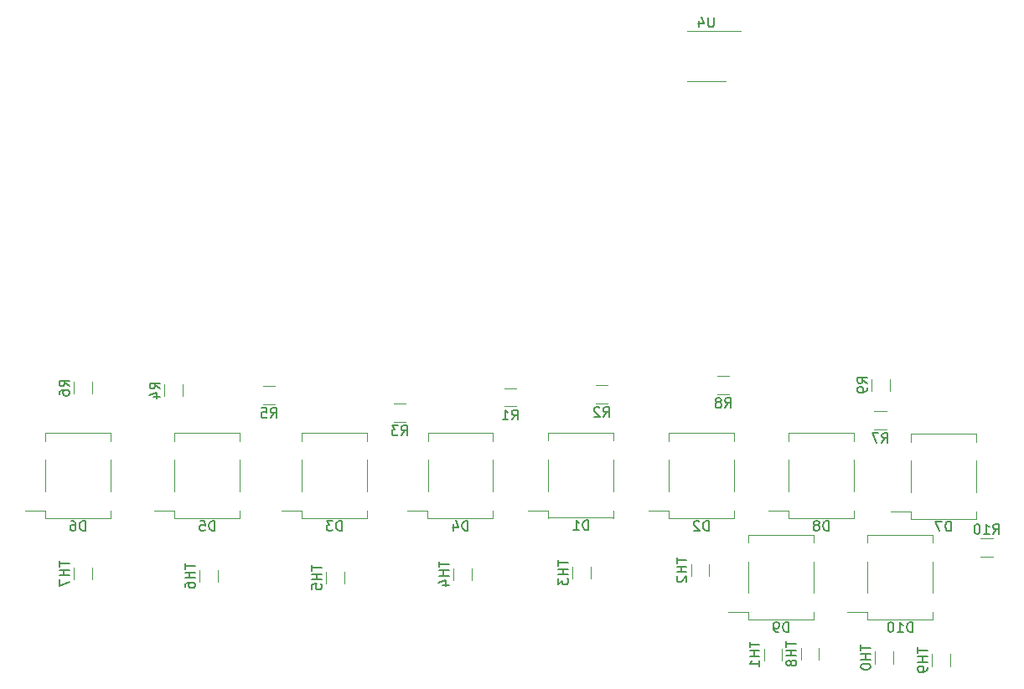
<source format=gbr>
%TF.GenerationSoftware,KiCad,Pcbnew,5.1.6-c6e7f7d~87~ubuntu18.04.1*%
%TF.CreationDate,2020-08-09T11:38:30+02:00*%
%TF.ProjectId,sboxnet-gbm,73626f78-6e65-4742-9d67-626d2e6b6963,rev?*%
%TF.SameCoordinates,Original*%
%TF.FileFunction,Legend,Bot*%
%TF.FilePolarity,Positive*%
%FSLAX46Y46*%
G04 Gerber Fmt 4.6, Leading zero omitted, Abs format (unit mm)*
G04 Created by KiCad (PCBNEW 5.1.6-c6e7f7d~87~ubuntu18.04.1) date 2020-08-09 11:38:30*
%MOMM*%
%LPD*%
G01*
G04 APERTURE LIST*
%ADD10C,0.120000*%
%ADD11C,0.150000*%
G04 APERTURE END LIST*
D10*
X99879001Y-83058000D02*
X99879001Y-83058000D01*
X99879001Y-82296000D02*
X99879001Y-83058000D01*
X91243001Y-82296000D02*
X91243001Y-82296000D01*
X93275001Y-82296000D02*
X91243001Y-82296000D01*
X93275001Y-83058000D02*
X93275001Y-82296000D01*
X93277001Y-75240000D02*
X93277001Y-74440000D01*
X93277001Y-74440000D02*
X99877001Y-74440000D01*
X99877001Y-74440000D02*
X99877001Y-75240000D01*
X93277001Y-80340000D02*
X93277001Y-77140000D01*
X99877001Y-80340000D02*
X99877001Y-77140000D01*
X93277001Y-83040000D02*
X99877001Y-83040000D01*
X57510000Y-69247936D02*
X57510000Y-70452064D01*
X59330000Y-69247936D02*
X59330000Y-70452064D01*
X146045600Y-96781536D02*
X146045600Y-97985664D01*
X144225600Y-96781536D02*
X144225600Y-97985664D01*
X132786800Y-96171936D02*
X132786800Y-97376064D01*
X130966800Y-96171936D02*
X130966800Y-97376064D01*
X59330000Y-88043936D02*
X59330000Y-89248064D01*
X57510000Y-88043936D02*
X57510000Y-89248064D01*
X72030000Y-88297936D02*
X72030000Y-89502064D01*
X70210000Y-88297936D02*
X70210000Y-89502064D01*
X84831600Y-88450336D02*
X84831600Y-89654464D01*
X83011600Y-88450336D02*
X83011600Y-89654464D01*
X97684000Y-88094736D02*
X97684000Y-89298864D01*
X95864000Y-88094736D02*
X95864000Y-89298864D01*
X109723600Y-87942336D02*
X109723600Y-89146464D01*
X107903600Y-87942336D02*
X107903600Y-89146464D01*
X121712400Y-87688336D02*
X121712400Y-88892464D01*
X119892400Y-87688336D02*
X119892400Y-88892464D01*
X129078400Y-96222736D02*
X129078400Y-97426864D01*
X127258400Y-96222736D02*
X127258400Y-97426864D01*
X140305200Y-96527536D02*
X140305200Y-97731664D01*
X138485200Y-96527536D02*
X138485200Y-97731664D01*
X150360464Y-86914400D02*
X149156336Y-86914400D01*
X150360464Y-85094400D02*
X149156336Y-85094400D01*
X139949600Y-68943136D02*
X139949600Y-70147264D01*
X138129600Y-68943136D02*
X138129600Y-70147264D01*
X122537136Y-68686000D02*
X123741264Y-68686000D01*
X122537136Y-70506000D02*
X123741264Y-70506000D01*
X138386736Y-72242000D02*
X139590864Y-72242000D01*
X138386736Y-74062000D02*
X139590864Y-74062000D01*
X76613936Y-69702000D02*
X77818064Y-69702000D01*
X76613936Y-71522000D02*
X77818064Y-71522000D01*
X68474000Y-69501936D02*
X68474000Y-70706064D01*
X66654000Y-69501936D02*
X66654000Y-70706064D01*
X89821936Y-71480000D02*
X91026064Y-71480000D01*
X89821936Y-73300000D02*
X91026064Y-73300000D01*
X110229236Y-69600400D02*
X111433364Y-69600400D01*
X110229236Y-71420400D02*
X111433364Y-71420400D01*
X100997936Y-69905200D02*
X102202064Y-69905200D01*
X100997936Y-71725200D02*
X102202064Y-71725200D01*
X137720800Y-93301600D02*
X144320800Y-93301600D01*
X144320800Y-90601600D02*
X144320800Y-87401600D01*
X137720800Y-90601600D02*
X137720800Y-87401600D01*
X144320800Y-84701600D02*
X144320800Y-85501600D01*
X137720800Y-84701600D02*
X144320800Y-84701600D01*
X137720800Y-85501600D02*
X137720800Y-84701600D01*
X137718800Y-93319600D02*
X137718800Y-92557600D01*
X137718800Y-92557600D02*
X135686800Y-92557600D01*
X135686800Y-92557600D02*
X135686800Y-92557600D01*
X144322800Y-92557600D02*
X144322800Y-93319600D01*
X144322800Y-93319600D02*
X144322800Y-93319600D01*
X125681200Y-93301600D02*
X132281200Y-93301600D01*
X132281200Y-90601600D02*
X132281200Y-87401600D01*
X125681200Y-90601600D02*
X125681200Y-87401600D01*
X132281200Y-84701600D02*
X132281200Y-85501600D01*
X125681200Y-84701600D02*
X132281200Y-84701600D01*
X125681200Y-85501600D02*
X125681200Y-84701600D01*
X125679200Y-93319600D02*
X125679200Y-92557600D01*
X125679200Y-92557600D02*
X123647200Y-92557600D01*
X123647200Y-92557600D02*
X123647200Y-92557600D01*
X132283200Y-92557600D02*
X132283200Y-93319600D01*
X132283200Y-93319600D02*
X132283200Y-93319600D01*
X129745200Y-83040000D02*
X136345200Y-83040000D01*
X136345200Y-80340000D02*
X136345200Y-77140000D01*
X129745200Y-80340000D02*
X129745200Y-77140000D01*
X136345200Y-74440000D02*
X136345200Y-75240000D01*
X129745200Y-74440000D02*
X136345200Y-74440000D01*
X129745200Y-75240000D02*
X129745200Y-74440000D01*
X129743200Y-83058000D02*
X129743200Y-82296000D01*
X129743200Y-82296000D02*
X127711200Y-82296000D01*
X127711200Y-82296000D02*
X127711200Y-82296000D01*
X136347200Y-82296000D02*
X136347200Y-83058000D01*
X136347200Y-83058000D02*
X136347200Y-83058000D01*
X142089600Y-83090800D02*
X148689600Y-83090800D01*
X148689600Y-80390800D02*
X148689600Y-77190800D01*
X142089600Y-80390800D02*
X142089600Y-77190800D01*
X148689600Y-74490800D02*
X148689600Y-75290800D01*
X142089600Y-74490800D02*
X148689600Y-74490800D01*
X142089600Y-75290800D02*
X142089600Y-74490800D01*
X142087600Y-83108800D02*
X142087600Y-82346800D01*
X142087600Y-82346800D02*
X140055600Y-82346800D01*
X140055600Y-82346800D02*
X140055600Y-82346800D01*
X148691600Y-82346800D02*
X148691600Y-83108800D01*
X148691600Y-83108800D02*
X148691600Y-83108800D01*
X54612000Y-83040000D02*
X61212000Y-83040000D01*
X61212000Y-80340000D02*
X61212000Y-77140000D01*
X54612000Y-80340000D02*
X54612000Y-77140000D01*
X61212000Y-74440000D02*
X61212000Y-75240000D01*
X54612000Y-74440000D02*
X61212000Y-74440000D01*
X54612000Y-75240000D02*
X54612000Y-74440000D01*
X54610000Y-83058000D02*
X54610000Y-82296000D01*
X54610000Y-82296000D02*
X52578000Y-82296000D01*
X52578000Y-82296000D02*
X52578000Y-82296000D01*
X61214000Y-82296000D02*
X61214000Y-83058000D01*
X61214000Y-83058000D02*
X61214000Y-83058000D01*
X67693000Y-83040000D02*
X74293000Y-83040000D01*
X74293000Y-80340000D02*
X74293000Y-77140000D01*
X67693000Y-80340000D02*
X67693000Y-77140000D01*
X74293000Y-74440000D02*
X74293000Y-75240000D01*
X67693000Y-74440000D02*
X74293000Y-74440000D01*
X67693000Y-75240000D02*
X67693000Y-74440000D01*
X67691000Y-83058000D02*
X67691000Y-82296000D01*
X67691000Y-82296000D02*
X65659000Y-82296000D01*
X65659000Y-82296000D02*
X65659000Y-82296000D01*
X74295000Y-82296000D02*
X74295000Y-83058000D01*
X74295000Y-83058000D02*
X74295000Y-83058000D01*
X80520000Y-83040000D02*
X87120000Y-83040000D01*
X87120000Y-80340000D02*
X87120000Y-77140000D01*
X80520000Y-80340000D02*
X80520000Y-77140000D01*
X87120000Y-74440000D02*
X87120000Y-75240000D01*
X80520000Y-74440000D02*
X87120000Y-74440000D01*
X80520000Y-75240000D02*
X80520000Y-74440000D01*
X80518000Y-83058000D02*
X80518000Y-82296000D01*
X80518000Y-82296000D02*
X78486000Y-82296000D01*
X78486000Y-82296000D02*
X78486000Y-82296000D01*
X87122000Y-82296000D02*
X87122000Y-83058000D01*
X87122000Y-83058000D02*
X87122000Y-83058000D01*
X117604000Y-83040000D02*
X124204000Y-83040000D01*
X124204000Y-80340000D02*
X124204000Y-77140000D01*
X117604000Y-80340000D02*
X117604000Y-77140000D01*
X124204000Y-74440000D02*
X124204000Y-75240000D01*
X117604000Y-74440000D02*
X124204000Y-74440000D01*
X117604000Y-75240000D02*
X117604000Y-74440000D01*
X117602000Y-83058000D02*
X117602000Y-82296000D01*
X117602000Y-82296000D02*
X115570000Y-82296000D01*
X115570000Y-82296000D02*
X115570000Y-82296000D01*
X124206000Y-82296000D02*
X124206000Y-83058000D01*
X124206000Y-83058000D02*
X124206000Y-83058000D01*
X105462800Y-82989200D02*
X112062800Y-82989200D01*
X112062800Y-80289200D02*
X112062800Y-77089200D01*
X105462800Y-80289200D02*
X105462800Y-77089200D01*
X112062800Y-74389200D02*
X112062800Y-75189200D01*
X105462800Y-74389200D02*
X112062800Y-74389200D01*
X105462800Y-75189200D02*
X105462800Y-74389200D01*
X105460800Y-83007200D02*
X105460800Y-82245200D01*
X105460800Y-82245200D02*
X103428800Y-82245200D01*
X103428800Y-82245200D02*
X103428800Y-82245200D01*
X112064800Y-82245200D02*
X112064800Y-83007200D01*
X112064800Y-83007200D02*
X112064800Y-83007200D01*
X121412000Y-38882000D02*
X119462000Y-38882000D01*
X121412000Y-38882000D02*
X123362000Y-38882000D01*
X121412000Y-33762000D02*
X119462000Y-33762000D01*
X121412000Y-33762000D02*
X124862000Y-33762000D01*
D11*
X97315096Y-84292380D02*
X97315096Y-83292380D01*
X97077001Y-83292380D01*
X96934143Y-83340000D01*
X96838905Y-83435238D01*
X96791286Y-83530476D01*
X96743667Y-83720952D01*
X96743667Y-83863809D01*
X96791286Y-84054285D01*
X96838905Y-84149523D01*
X96934143Y-84244761D01*
X97077001Y-84292380D01*
X97315096Y-84292380D01*
X95886524Y-83625714D02*
X95886524Y-84292380D01*
X96124620Y-83244761D02*
X96362715Y-83959047D01*
X95743667Y-83959047D01*
X57052380Y-69683333D02*
X56576190Y-69350000D01*
X57052380Y-69111904D02*
X56052380Y-69111904D01*
X56052380Y-69492857D01*
X56100000Y-69588095D01*
X56147619Y-69635714D01*
X56242857Y-69683333D01*
X56385714Y-69683333D01*
X56480952Y-69635714D01*
X56528571Y-69588095D01*
X56576190Y-69492857D01*
X56576190Y-69111904D01*
X56052380Y-70540476D02*
X56052380Y-70350000D01*
X56100000Y-70254761D01*
X56147619Y-70207142D01*
X56290476Y-70111904D01*
X56480952Y-70064285D01*
X56861904Y-70064285D01*
X56957142Y-70111904D01*
X57004761Y-70159523D01*
X57052380Y-70254761D01*
X57052380Y-70445238D01*
X57004761Y-70540476D01*
X56957142Y-70588095D01*
X56861904Y-70635714D01*
X56623809Y-70635714D01*
X56528571Y-70588095D01*
X56480952Y-70540476D01*
X56433333Y-70445238D01*
X56433333Y-70254761D01*
X56480952Y-70159523D01*
X56528571Y-70111904D01*
X56623809Y-70064285D01*
X142767980Y-96097885D02*
X142767980Y-96669314D01*
X143767980Y-96383600D02*
X142767980Y-96383600D01*
X143767980Y-97002647D02*
X142767980Y-97002647D01*
X143244171Y-97002647D02*
X143244171Y-97574076D01*
X143767980Y-97574076D02*
X142767980Y-97574076D01*
X143767980Y-98097885D02*
X143767980Y-98288361D01*
X143720361Y-98383600D01*
X143672742Y-98431219D01*
X143529885Y-98526457D01*
X143339409Y-98574076D01*
X142958457Y-98574076D01*
X142863219Y-98526457D01*
X142815600Y-98478838D01*
X142767980Y-98383600D01*
X142767980Y-98193123D01*
X142815600Y-98097885D01*
X142863219Y-98050266D01*
X142958457Y-98002647D01*
X143196552Y-98002647D01*
X143291790Y-98050266D01*
X143339409Y-98097885D01*
X143387028Y-98193123D01*
X143387028Y-98383600D01*
X143339409Y-98478838D01*
X143291790Y-98526457D01*
X143196552Y-98574076D01*
X129509180Y-95488285D02*
X129509180Y-96059714D01*
X130509180Y-95774000D02*
X129509180Y-95774000D01*
X130509180Y-96393047D02*
X129509180Y-96393047D01*
X129985371Y-96393047D02*
X129985371Y-96964476D01*
X130509180Y-96964476D02*
X129509180Y-96964476D01*
X129937752Y-97583523D02*
X129890133Y-97488285D01*
X129842514Y-97440666D01*
X129747276Y-97393047D01*
X129699657Y-97393047D01*
X129604419Y-97440666D01*
X129556800Y-97488285D01*
X129509180Y-97583523D01*
X129509180Y-97774000D01*
X129556800Y-97869238D01*
X129604419Y-97916857D01*
X129699657Y-97964476D01*
X129747276Y-97964476D01*
X129842514Y-97916857D01*
X129890133Y-97869238D01*
X129937752Y-97774000D01*
X129937752Y-97583523D01*
X129985371Y-97488285D01*
X130032990Y-97440666D01*
X130128228Y-97393047D01*
X130318704Y-97393047D01*
X130413942Y-97440666D01*
X130461561Y-97488285D01*
X130509180Y-97583523D01*
X130509180Y-97774000D01*
X130461561Y-97869238D01*
X130413942Y-97916857D01*
X130318704Y-97964476D01*
X130128228Y-97964476D01*
X130032990Y-97916857D01*
X129985371Y-97869238D01*
X129937752Y-97774000D01*
X56052380Y-87360285D02*
X56052380Y-87931714D01*
X57052380Y-87646000D02*
X56052380Y-87646000D01*
X57052380Y-88265047D02*
X56052380Y-88265047D01*
X56528571Y-88265047D02*
X56528571Y-88836476D01*
X57052380Y-88836476D02*
X56052380Y-88836476D01*
X56052380Y-89217428D02*
X56052380Y-89884095D01*
X57052380Y-89455523D01*
X68752380Y-87614285D02*
X68752380Y-88185714D01*
X69752380Y-87900000D02*
X68752380Y-87900000D01*
X69752380Y-88519047D02*
X68752380Y-88519047D01*
X69228571Y-88519047D02*
X69228571Y-89090476D01*
X69752380Y-89090476D02*
X68752380Y-89090476D01*
X68752380Y-89995238D02*
X68752380Y-89804761D01*
X68800000Y-89709523D01*
X68847619Y-89661904D01*
X68990476Y-89566666D01*
X69180952Y-89519047D01*
X69561904Y-89519047D01*
X69657142Y-89566666D01*
X69704761Y-89614285D01*
X69752380Y-89709523D01*
X69752380Y-89900000D01*
X69704761Y-89995238D01*
X69657142Y-90042857D01*
X69561904Y-90090476D01*
X69323809Y-90090476D01*
X69228571Y-90042857D01*
X69180952Y-89995238D01*
X69133333Y-89900000D01*
X69133333Y-89709523D01*
X69180952Y-89614285D01*
X69228571Y-89566666D01*
X69323809Y-89519047D01*
X81553980Y-87766685D02*
X81553980Y-88338114D01*
X82553980Y-88052400D02*
X81553980Y-88052400D01*
X82553980Y-88671447D02*
X81553980Y-88671447D01*
X82030171Y-88671447D02*
X82030171Y-89242876D01*
X82553980Y-89242876D02*
X81553980Y-89242876D01*
X81553980Y-90195257D02*
X81553980Y-89719066D01*
X82030171Y-89671447D01*
X81982552Y-89719066D01*
X81934933Y-89814304D01*
X81934933Y-90052400D01*
X81982552Y-90147638D01*
X82030171Y-90195257D01*
X82125409Y-90242876D01*
X82363504Y-90242876D01*
X82458742Y-90195257D01*
X82506361Y-90147638D01*
X82553980Y-90052400D01*
X82553980Y-89814304D01*
X82506361Y-89719066D01*
X82458742Y-89671447D01*
X94406380Y-87411085D02*
X94406380Y-87982514D01*
X95406380Y-87696800D02*
X94406380Y-87696800D01*
X95406380Y-88315847D02*
X94406380Y-88315847D01*
X94882571Y-88315847D02*
X94882571Y-88887276D01*
X95406380Y-88887276D02*
X94406380Y-88887276D01*
X94739714Y-89792038D02*
X95406380Y-89792038D01*
X94358761Y-89553942D02*
X95073047Y-89315847D01*
X95073047Y-89934895D01*
X106445980Y-87258685D02*
X106445980Y-87830114D01*
X107445980Y-87544400D02*
X106445980Y-87544400D01*
X107445980Y-88163447D02*
X106445980Y-88163447D01*
X106922171Y-88163447D02*
X106922171Y-88734876D01*
X107445980Y-88734876D02*
X106445980Y-88734876D01*
X106445980Y-89115828D02*
X106445980Y-89734876D01*
X106826933Y-89401542D01*
X106826933Y-89544400D01*
X106874552Y-89639638D01*
X106922171Y-89687257D01*
X107017409Y-89734876D01*
X107255504Y-89734876D01*
X107350742Y-89687257D01*
X107398361Y-89639638D01*
X107445980Y-89544400D01*
X107445980Y-89258685D01*
X107398361Y-89163447D01*
X107350742Y-89115828D01*
X118434780Y-87004685D02*
X118434780Y-87576114D01*
X119434780Y-87290400D02*
X118434780Y-87290400D01*
X119434780Y-87909447D02*
X118434780Y-87909447D01*
X118910971Y-87909447D02*
X118910971Y-88480876D01*
X119434780Y-88480876D02*
X118434780Y-88480876D01*
X118530019Y-88909447D02*
X118482400Y-88957066D01*
X118434780Y-89052304D01*
X118434780Y-89290400D01*
X118482400Y-89385638D01*
X118530019Y-89433257D01*
X118625257Y-89480876D01*
X118720495Y-89480876D01*
X118863352Y-89433257D01*
X119434780Y-88861828D01*
X119434780Y-89480876D01*
X125800780Y-95539085D02*
X125800780Y-96110514D01*
X126800780Y-95824800D02*
X125800780Y-95824800D01*
X126800780Y-96443847D02*
X125800780Y-96443847D01*
X126276971Y-96443847D02*
X126276971Y-97015276D01*
X126800780Y-97015276D02*
X125800780Y-97015276D01*
X126800780Y-98015276D02*
X126800780Y-97443847D01*
X126800780Y-97729561D02*
X125800780Y-97729561D01*
X125943638Y-97634323D01*
X126038876Y-97539085D01*
X126086495Y-97443847D01*
X137027580Y-95843885D02*
X137027580Y-96415314D01*
X138027580Y-96129600D02*
X137027580Y-96129600D01*
X138027580Y-96748647D02*
X137027580Y-96748647D01*
X137503771Y-96748647D02*
X137503771Y-97320076D01*
X138027580Y-97320076D02*
X137027580Y-97320076D01*
X137027580Y-97986742D02*
X137027580Y-98081980D01*
X137075200Y-98177219D01*
X137122819Y-98224838D01*
X137218057Y-98272457D01*
X137408533Y-98320076D01*
X137646628Y-98320076D01*
X137837104Y-98272457D01*
X137932342Y-98224838D01*
X137979961Y-98177219D01*
X138027580Y-98081980D01*
X138027580Y-97986742D01*
X137979961Y-97891504D01*
X137932342Y-97843885D01*
X137837104Y-97796266D01*
X137646628Y-97748647D01*
X137408533Y-97748647D01*
X137218057Y-97796266D01*
X137122819Y-97843885D01*
X137075200Y-97891504D01*
X137027580Y-97986742D01*
X150401257Y-84636780D02*
X150734590Y-84160590D01*
X150972685Y-84636780D02*
X150972685Y-83636780D01*
X150591733Y-83636780D01*
X150496495Y-83684400D01*
X150448876Y-83732019D01*
X150401257Y-83827257D01*
X150401257Y-83970114D01*
X150448876Y-84065352D01*
X150496495Y-84112971D01*
X150591733Y-84160590D01*
X150972685Y-84160590D01*
X149448876Y-84636780D02*
X150020304Y-84636780D01*
X149734590Y-84636780D02*
X149734590Y-83636780D01*
X149829828Y-83779638D01*
X149925066Y-83874876D01*
X150020304Y-83922495D01*
X148829828Y-83636780D02*
X148734590Y-83636780D01*
X148639352Y-83684400D01*
X148591733Y-83732019D01*
X148544114Y-83827257D01*
X148496495Y-84017733D01*
X148496495Y-84255828D01*
X148544114Y-84446304D01*
X148591733Y-84541542D01*
X148639352Y-84589161D01*
X148734590Y-84636780D01*
X148829828Y-84636780D01*
X148925066Y-84589161D01*
X148972685Y-84541542D01*
X149020304Y-84446304D01*
X149067923Y-84255828D01*
X149067923Y-84017733D01*
X149020304Y-83827257D01*
X148972685Y-83732019D01*
X148925066Y-83684400D01*
X148829828Y-83636780D01*
X137671980Y-69378533D02*
X137195790Y-69045200D01*
X137671980Y-68807104D02*
X136671980Y-68807104D01*
X136671980Y-69188057D01*
X136719600Y-69283295D01*
X136767219Y-69330914D01*
X136862457Y-69378533D01*
X137005314Y-69378533D01*
X137100552Y-69330914D01*
X137148171Y-69283295D01*
X137195790Y-69188057D01*
X137195790Y-68807104D01*
X137671980Y-69854723D02*
X137671980Y-70045200D01*
X137624361Y-70140438D01*
X137576742Y-70188057D01*
X137433885Y-70283295D01*
X137243409Y-70330914D01*
X136862457Y-70330914D01*
X136767219Y-70283295D01*
X136719600Y-70235676D01*
X136671980Y-70140438D01*
X136671980Y-69949961D01*
X136719600Y-69854723D01*
X136767219Y-69807104D01*
X136862457Y-69759485D01*
X137100552Y-69759485D01*
X137195790Y-69807104D01*
X137243409Y-69854723D01*
X137291028Y-69949961D01*
X137291028Y-70140438D01*
X137243409Y-70235676D01*
X137195790Y-70283295D01*
X137100552Y-70330914D01*
X123305866Y-71868380D02*
X123639200Y-71392190D01*
X123877295Y-71868380D02*
X123877295Y-70868380D01*
X123496342Y-70868380D01*
X123401104Y-70916000D01*
X123353485Y-70963619D01*
X123305866Y-71058857D01*
X123305866Y-71201714D01*
X123353485Y-71296952D01*
X123401104Y-71344571D01*
X123496342Y-71392190D01*
X123877295Y-71392190D01*
X122734438Y-71296952D02*
X122829676Y-71249333D01*
X122877295Y-71201714D01*
X122924914Y-71106476D01*
X122924914Y-71058857D01*
X122877295Y-70963619D01*
X122829676Y-70916000D01*
X122734438Y-70868380D01*
X122543961Y-70868380D01*
X122448723Y-70916000D01*
X122401104Y-70963619D01*
X122353485Y-71058857D01*
X122353485Y-71106476D01*
X122401104Y-71201714D01*
X122448723Y-71249333D01*
X122543961Y-71296952D01*
X122734438Y-71296952D01*
X122829676Y-71344571D01*
X122877295Y-71392190D01*
X122924914Y-71487428D01*
X122924914Y-71677904D01*
X122877295Y-71773142D01*
X122829676Y-71820761D01*
X122734438Y-71868380D01*
X122543961Y-71868380D01*
X122448723Y-71820761D01*
X122401104Y-71773142D01*
X122353485Y-71677904D01*
X122353485Y-71487428D01*
X122401104Y-71392190D01*
X122448723Y-71344571D01*
X122543961Y-71296952D01*
X139155466Y-75424380D02*
X139488800Y-74948190D01*
X139726895Y-75424380D02*
X139726895Y-74424380D01*
X139345942Y-74424380D01*
X139250704Y-74472000D01*
X139203085Y-74519619D01*
X139155466Y-74614857D01*
X139155466Y-74757714D01*
X139203085Y-74852952D01*
X139250704Y-74900571D01*
X139345942Y-74948190D01*
X139726895Y-74948190D01*
X138822133Y-74424380D02*
X138155466Y-74424380D01*
X138584038Y-75424380D01*
X77382666Y-72884380D02*
X77716000Y-72408190D01*
X77954095Y-72884380D02*
X77954095Y-71884380D01*
X77573142Y-71884380D01*
X77477904Y-71932000D01*
X77430285Y-71979619D01*
X77382666Y-72074857D01*
X77382666Y-72217714D01*
X77430285Y-72312952D01*
X77477904Y-72360571D01*
X77573142Y-72408190D01*
X77954095Y-72408190D01*
X76477904Y-71884380D02*
X76954095Y-71884380D01*
X77001714Y-72360571D01*
X76954095Y-72312952D01*
X76858857Y-72265333D01*
X76620761Y-72265333D01*
X76525523Y-72312952D01*
X76477904Y-72360571D01*
X76430285Y-72455809D01*
X76430285Y-72693904D01*
X76477904Y-72789142D01*
X76525523Y-72836761D01*
X76620761Y-72884380D01*
X76858857Y-72884380D01*
X76954095Y-72836761D01*
X77001714Y-72789142D01*
X66196380Y-69937333D02*
X65720190Y-69604000D01*
X66196380Y-69365904D02*
X65196380Y-69365904D01*
X65196380Y-69746857D01*
X65244000Y-69842095D01*
X65291619Y-69889714D01*
X65386857Y-69937333D01*
X65529714Y-69937333D01*
X65624952Y-69889714D01*
X65672571Y-69842095D01*
X65720190Y-69746857D01*
X65720190Y-69365904D01*
X65529714Y-70794476D02*
X66196380Y-70794476D01*
X65148761Y-70556380D02*
X65863047Y-70318285D01*
X65863047Y-70937333D01*
X90590666Y-74662380D02*
X90924000Y-74186190D01*
X91162095Y-74662380D02*
X91162095Y-73662380D01*
X90781142Y-73662380D01*
X90685904Y-73710000D01*
X90638285Y-73757619D01*
X90590666Y-73852857D01*
X90590666Y-73995714D01*
X90638285Y-74090952D01*
X90685904Y-74138571D01*
X90781142Y-74186190D01*
X91162095Y-74186190D01*
X90257333Y-73662380D02*
X89638285Y-73662380D01*
X89971619Y-74043333D01*
X89828761Y-74043333D01*
X89733523Y-74090952D01*
X89685904Y-74138571D01*
X89638285Y-74233809D01*
X89638285Y-74471904D01*
X89685904Y-74567142D01*
X89733523Y-74614761D01*
X89828761Y-74662380D01*
X90114476Y-74662380D01*
X90209714Y-74614761D01*
X90257333Y-74567142D01*
X110997966Y-72782780D02*
X111331300Y-72306590D01*
X111569395Y-72782780D02*
X111569395Y-71782780D01*
X111188442Y-71782780D01*
X111093204Y-71830400D01*
X111045585Y-71878019D01*
X110997966Y-71973257D01*
X110997966Y-72116114D01*
X111045585Y-72211352D01*
X111093204Y-72258971D01*
X111188442Y-72306590D01*
X111569395Y-72306590D01*
X110617014Y-71878019D02*
X110569395Y-71830400D01*
X110474157Y-71782780D01*
X110236061Y-71782780D01*
X110140823Y-71830400D01*
X110093204Y-71878019D01*
X110045585Y-71973257D01*
X110045585Y-72068495D01*
X110093204Y-72211352D01*
X110664633Y-72782780D01*
X110045585Y-72782780D01*
X101766666Y-73087580D02*
X102100000Y-72611390D01*
X102338095Y-73087580D02*
X102338095Y-72087580D01*
X101957142Y-72087580D01*
X101861904Y-72135200D01*
X101814285Y-72182819D01*
X101766666Y-72278057D01*
X101766666Y-72420914D01*
X101814285Y-72516152D01*
X101861904Y-72563771D01*
X101957142Y-72611390D01*
X102338095Y-72611390D01*
X100814285Y-73087580D02*
X101385714Y-73087580D01*
X101100000Y-73087580D02*
X101100000Y-72087580D01*
X101195238Y-72230438D01*
X101290476Y-72325676D01*
X101385714Y-72373295D01*
X142235085Y-94553980D02*
X142235085Y-93553980D01*
X141996990Y-93553980D01*
X141854133Y-93601600D01*
X141758895Y-93696838D01*
X141711276Y-93792076D01*
X141663657Y-93982552D01*
X141663657Y-94125409D01*
X141711276Y-94315885D01*
X141758895Y-94411123D01*
X141854133Y-94506361D01*
X141996990Y-94553980D01*
X142235085Y-94553980D01*
X140711276Y-94553980D02*
X141282704Y-94553980D01*
X140996990Y-94553980D02*
X140996990Y-93553980D01*
X141092228Y-93696838D01*
X141187466Y-93792076D01*
X141282704Y-93839695D01*
X140092228Y-93553980D02*
X139996990Y-93553980D01*
X139901752Y-93601600D01*
X139854133Y-93649219D01*
X139806514Y-93744457D01*
X139758895Y-93934933D01*
X139758895Y-94173028D01*
X139806514Y-94363504D01*
X139854133Y-94458742D01*
X139901752Y-94506361D01*
X139996990Y-94553980D01*
X140092228Y-94553980D01*
X140187466Y-94506361D01*
X140235085Y-94458742D01*
X140282704Y-94363504D01*
X140330323Y-94173028D01*
X140330323Y-93934933D01*
X140282704Y-93744457D01*
X140235085Y-93649219D01*
X140187466Y-93601600D01*
X140092228Y-93553980D01*
X129719295Y-94553980D02*
X129719295Y-93553980D01*
X129481200Y-93553980D01*
X129338342Y-93601600D01*
X129243104Y-93696838D01*
X129195485Y-93792076D01*
X129147866Y-93982552D01*
X129147866Y-94125409D01*
X129195485Y-94315885D01*
X129243104Y-94411123D01*
X129338342Y-94506361D01*
X129481200Y-94553980D01*
X129719295Y-94553980D01*
X128671676Y-94553980D02*
X128481200Y-94553980D01*
X128385961Y-94506361D01*
X128338342Y-94458742D01*
X128243104Y-94315885D01*
X128195485Y-94125409D01*
X128195485Y-93744457D01*
X128243104Y-93649219D01*
X128290723Y-93601600D01*
X128385961Y-93553980D01*
X128576438Y-93553980D01*
X128671676Y-93601600D01*
X128719295Y-93649219D01*
X128766914Y-93744457D01*
X128766914Y-93982552D01*
X128719295Y-94077790D01*
X128671676Y-94125409D01*
X128576438Y-94173028D01*
X128385961Y-94173028D01*
X128290723Y-94125409D01*
X128243104Y-94077790D01*
X128195485Y-93982552D01*
X133783295Y-84292380D02*
X133783295Y-83292380D01*
X133545200Y-83292380D01*
X133402342Y-83340000D01*
X133307104Y-83435238D01*
X133259485Y-83530476D01*
X133211866Y-83720952D01*
X133211866Y-83863809D01*
X133259485Y-84054285D01*
X133307104Y-84149523D01*
X133402342Y-84244761D01*
X133545200Y-84292380D01*
X133783295Y-84292380D01*
X132640438Y-83720952D02*
X132735676Y-83673333D01*
X132783295Y-83625714D01*
X132830914Y-83530476D01*
X132830914Y-83482857D01*
X132783295Y-83387619D01*
X132735676Y-83340000D01*
X132640438Y-83292380D01*
X132449961Y-83292380D01*
X132354723Y-83340000D01*
X132307104Y-83387619D01*
X132259485Y-83482857D01*
X132259485Y-83530476D01*
X132307104Y-83625714D01*
X132354723Y-83673333D01*
X132449961Y-83720952D01*
X132640438Y-83720952D01*
X132735676Y-83768571D01*
X132783295Y-83816190D01*
X132830914Y-83911428D01*
X132830914Y-84101904D01*
X132783295Y-84197142D01*
X132735676Y-84244761D01*
X132640438Y-84292380D01*
X132449961Y-84292380D01*
X132354723Y-84244761D01*
X132307104Y-84197142D01*
X132259485Y-84101904D01*
X132259485Y-83911428D01*
X132307104Y-83816190D01*
X132354723Y-83768571D01*
X132449961Y-83720952D01*
X146127695Y-84343180D02*
X146127695Y-83343180D01*
X145889600Y-83343180D01*
X145746742Y-83390800D01*
X145651504Y-83486038D01*
X145603885Y-83581276D01*
X145556266Y-83771752D01*
X145556266Y-83914609D01*
X145603885Y-84105085D01*
X145651504Y-84200323D01*
X145746742Y-84295561D01*
X145889600Y-84343180D01*
X146127695Y-84343180D01*
X145222933Y-83343180D02*
X144556266Y-83343180D01*
X144984838Y-84343180D01*
X58650095Y-84292380D02*
X58650095Y-83292380D01*
X58412000Y-83292380D01*
X58269142Y-83340000D01*
X58173904Y-83435238D01*
X58126285Y-83530476D01*
X58078666Y-83720952D01*
X58078666Y-83863809D01*
X58126285Y-84054285D01*
X58173904Y-84149523D01*
X58269142Y-84244761D01*
X58412000Y-84292380D01*
X58650095Y-84292380D01*
X57221523Y-83292380D02*
X57412000Y-83292380D01*
X57507238Y-83340000D01*
X57554857Y-83387619D01*
X57650095Y-83530476D01*
X57697714Y-83720952D01*
X57697714Y-84101904D01*
X57650095Y-84197142D01*
X57602476Y-84244761D01*
X57507238Y-84292380D01*
X57316761Y-84292380D01*
X57221523Y-84244761D01*
X57173904Y-84197142D01*
X57126285Y-84101904D01*
X57126285Y-83863809D01*
X57173904Y-83768571D01*
X57221523Y-83720952D01*
X57316761Y-83673333D01*
X57507238Y-83673333D01*
X57602476Y-83720952D01*
X57650095Y-83768571D01*
X57697714Y-83863809D01*
X71731095Y-84292380D02*
X71731095Y-83292380D01*
X71493000Y-83292380D01*
X71350142Y-83340000D01*
X71254904Y-83435238D01*
X71207285Y-83530476D01*
X71159666Y-83720952D01*
X71159666Y-83863809D01*
X71207285Y-84054285D01*
X71254904Y-84149523D01*
X71350142Y-84244761D01*
X71493000Y-84292380D01*
X71731095Y-84292380D01*
X70254904Y-83292380D02*
X70731095Y-83292380D01*
X70778714Y-83768571D01*
X70731095Y-83720952D01*
X70635857Y-83673333D01*
X70397761Y-83673333D01*
X70302523Y-83720952D01*
X70254904Y-83768571D01*
X70207285Y-83863809D01*
X70207285Y-84101904D01*
X70254904Y-84197142D01*
X70302523Y-84244761D01*
X70397761Y-84292380D01*
X70635857Y-84292380D01*
X70731095Y-84244761D01*
X70778714Y-84197142D01*
X84558095Y-84292380D02*
X84558095Y-83292380D01*
X84320000Y-83292380D01*
X84177142Y-83340000D01*
X84081904Y-83435238D01*
X84034285Y-83530476D01*
X83986666Y-83720952D01*
X83986666Y-83863809D01*
X84034285Y-84054285D01*
X84081904Y-84149523D01*
X84177142Y-84244761D01*
X84320000Y-84292380D01*
X84558095Y-84292380D01*
X83653333Y-83292380D02*
X83034285Y-83292380D01*
X83367619Y-83673333D01*
X83224761Y-83673333D01*
X83129523Y-83720952D01*
X83081904Y-83768571D01*
X83034285Y-83863809D01*
X83034285Y-84101904D01*
X83081904Y-84197142D01*
X83129523Y-84244761D01*
X83224761Y-84292380D01*
X83510476Y-84292380D01*
X83605714Y-84244761D01*
X83653333Y-84197142D01*
X121642095Y-84292380D02*
X121642095Y-83292380D01*
X121404000Y-83292380D01*
X121261142Y-83340000D01*
X121165904Y-83435238D01*
X121118285Y-83530476D01*
X121070666Y-83720952D01*
X121070666Y-83863809D01*
X121118285Y-84054285D01*
X121165904Y-84149523D01*
X121261142Y-84244761D01*
X121404000Y-84292380D01*
X121642095Y-84292380D01*
X120689714Y-83387619D02*
X120642095Y-83340000D01*
X120546857Y-83292380D01*
X120308761Y-83292380D01*
X120213523Y-83340000D01*
X120165904Y-83387619D01*
X120118285Y-83482857D01*
X120118285Y-83578095D01*
X120165904Y-83720952D01*
X120737333Y-84292380D01*
X120118285Y-84292380D01*
X109500895Y-84241580D02*
X109500895Y-83241580D01*
X109262800Y-83241580D01*
X109119942Y-83289200D01*
X109024704Y-83384438D01*
X108977085Y-83479676D01*
X108929466Y-83670152D01*
X108929466Y-83813009D01*
X108977085Y-84003485D01*
X109024704Y-84098723D01*
X109119942Y-84193961D01*
X109262800Y-84241580D01*
X109500895Y-84241580D01*
X107977085Y-84241580D02*
X108548514Y-84241580D01*
X108262800Y-84241580D02*
X108262800Y-83241580D01*
X108358038Y-83384438D01*
X108453276Y-83479676D01*
X108548514Y-83527295D01*
X122173904Y-32374380D02*
X122173904Y-33183904D01*
X122126285Y-33279142D01*
X122078666Y-33326761D01*
X121983428Y-33374380D01*
X121792952Y-33374380D01*
X121697714Y-33326761D01*
X121650095Y-33279142D01*
X121602476Y-33183904D01*
X121602476Y-32374380D01*
X120697714Y-32707714D02*
X120697714Y-33374380D01*
X120935809Y-32326761D02*
X121173904Y-33041047D01*
X120554857Y-33041047D01*
M02*

</source>
